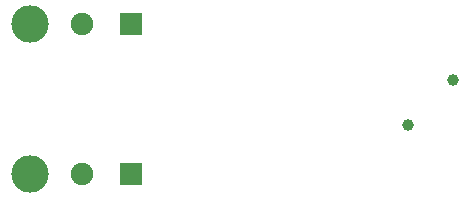
<source format=gbl>
G04*
G04 #@! TF.GenerationSoftware,Altium Limited,Altium Designer,20.0.10 (225)*
G04*
G04 Layer_Physical_Order=2*
G04 Layer_Color=16711680*
%FSLAX25Y25*%
%MOIN*%
G70*
G01*
G75*
%ADD28C,0.03937*%
%ADD29R,0.07500X0.07500*%
%ADD30C,0.07500*%
%ADD31C,0.12500*%
D28*
X152087Y48587D02*
D03*
X137232Y33726D02*
D03*
D29*
X45000Y17500D02*
D03*
Y67500D02*
D03*
D30*
X28701Y17500D02*
D03*
Y67500D02*
D03*
D31*
X11200Y17500D02*
D03*
Y67500D02*
D03*
M02*

</source>
